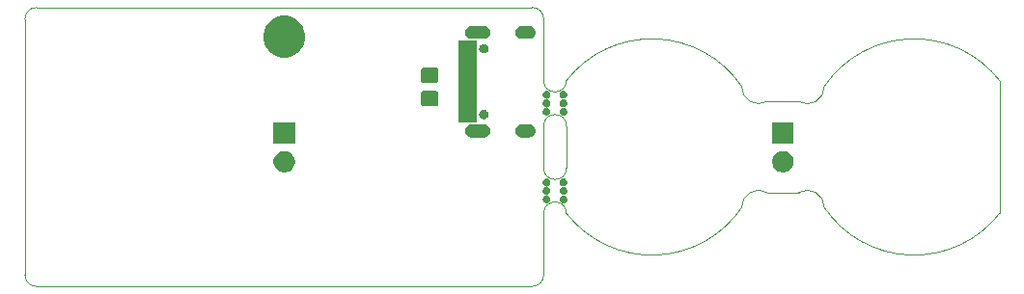
<source format=gbr>
G04 #@! TF.GenerationSoftware,KiCad,Pcbnew,(5.1.5)-3*
G04 #@! TF.CreationDate,2024-11-30T00:03:08+01:00*
G04 #@! TF.ProjectId,tan-usb-pwr,74616e2d-7573-4622-9d70-77722e6b6963,B*
G04 #@! TF.SameCoordinates,PX57bcf00PY53af570*
G04 #@! TF.FileFunction,Soldermask,Top*
G04 #@! TF.FilePolarity,Negative*
%FSLAX46Y46*%
G04 Gerber Fmt 4.6, Leading zero omitted, Abs format (unit mm)*
G04 Created by KiCad (PCBNEW (5.1.5)-3) date 2024-11-30 00:03:08*
%MOMM*%
%LPD*%
G04 APERTURE LIST*
%ADD10C,0.100000*%
%ADD11C,0.020000*%
G04 APERTURE END LIST*
D10*
X47500000Y10400000D02*
X47500000Y14100000D01*
X47500000Y10400000D02*
G75*
G02X45500000Y10400000I-1000000J0D01*
G01*
X45500000Y14100000D02*
G75*
G02X47500000Y14100000I1000000J0D01*
G01*
X85500000Y18081000D02*
X85500000Y6419050D01*
X85500002Y6419049D02*
G75*
G02X70126925Y6933544I-7500002J5830951D01*
G01*
X67871055Y8249999D02*
G75*
G02X70126953Y6933489I756045J-1295529D01*
G01*
X65128900Y8250000D02*
X67871100Y8250000D01*
X62873048Y6933500D02*
G75*
G02X65128947Y8249997I1499852J20970D01*
G01*
X62873061Y6933473D02*
G75*
G02X47500000Y6419001I-7873061J5316527D01*
G01*
X47500023Y18080980D02*
G75*
G02X62873037Y17566510I7499977J-5830980D01*
G01*
X65128949Y16249972D02*
G75*
G02X62873046Y17566469I-756049J1295528D01*
G01*
X65128900Y16250000D02*
X67871100Y16250000D01*
X70126953Y17566480D02*
G75*
G02X67871054Y16249971I-1499853J-20980D01*
G01*
X70126901Y17566472D02*
G75*
G02X85500000Y18081000I7873099J-5316472D01*
G01*
X45500000Y10400000D02*
X45500000Y14100000D01*
X45500000Y6419001D02*
X45500000Y1000000D01*
X45500000Y6419001D02*
G75*
G02X47500000Y6419001I1000000J0D01*
G01*
X47500000Y18080998D02*
G75*
G02X45500000Y18080998I-1000000J0D01*
G01*
X44500000Y24500000D02*
X1000000Y24500000D01*
X44500000Y24500000D02*
G75*
G02X45500000Y23500000I0J-1000000D01*
G01*
X45500000Y18080998D02*
X45500000Y23500000D01*
X45500000Y1000000D02*
G75*
G02X44500000Y0I-1000000J0D01*
G01*
X1000000Y0D02*
X44500000Y0D01*
X0Y23500000D02*
X0Y1000000D01*
X0Y23500000D02*
G75*
G02X1000000Y24500000I1000000J0D01*
G01*
X1000000Y0D02*
G75*
G02X0Y1000000I0J1000000D01*
G01*
D11*
G36*
X47348854Y9475876D02*
G01*
X47389971Y9458845D01*
X47410530Y9450329D01*
X47466038Y9413240D01*
X47513240Y9366038D01*
X47550329Y9310530D01*
X47550329Y9310529D01*
X47575876Y9248854D01*
X47588900Y9183379D01*
X47588900Y9116621D01*
X47575876Y9051146D01*
X47558845Y9010029D01*
X47550329Y8989470D01*
X47513240Y8933962D01*
X47466038Y8886760D01*
X47410530Y8849671D01*
X47389971Y8841155D01*
X47348854Y8824124D01*
X47321058Y8818595D01*
X47312720Y8816065D01*
X47305035Y8811958D01*
X47298300Y8806430D01*
X47292772Y8799694D01*
X47288664Y8792010D01*
X47286135Y8783671D01*
X47285281Y8775000D01*
X47286135Y8766328D01*
X47288665Y8757990D01*
X47292772Y8750305D01*
X47298300Y8743570D01*
X47305036Y8738042D01*
X47312720Y8733934D01*
X47321057Y8731405D01*
X47348854Y8725876D01*
X47389971Y8708845D01*
X47410530Y8700329D01*
X47466038Y8663240D01*
X47513240Y8616038D01*
X47550329Y8560530D01*
X47550329Y8560529D01*
X47575876Y8498854D01*
X47588900Y8433379D01*
X47588900Y8366621D01*
X47575876Y8301146D01*
X47558845Y8260029D01*
X47550329Y8239470D01*
X47513240Y8183962D01*
X47466038Y8136760D01*
X47410530Y8099671D01*
X47389971Y8091155D01*
X47348854Y8074124D01*
X47321058Y8068595D01*
X47312720Y8066065D01*
X47305035Y8061958D01*
X47298300Y8056430D01*
X47292772Y8049694D01*
X47288664Y8042010D01*
X47286135Y8033671D01*
X47285281Y8025000D01*
X47286135Y8016328D01*
X47288665Y8007990D01*
X47292772Y8000305D01*
X47298300Y7993570D01*
X47305036Y7988042D01*
X47312720Y7983934D01*
X47321057Y7981405D01*
X47348854Y7975876D01*
X47389971Y7958845D01*
X47410530Y7950329D01*
X47466038Y7913240D01*
X47513240Y7866038D01*
X47550329Y7810530D01*
X47550329Y7810529D01*
X47575876Y7748854D01*
X47588900Y7683379D01*
X47588900Y7616621D01*
X47575876Y7551146D01*
X47558845Y7510029D01*
X47550329Y7489470D01*
X47513240Y7433962D01*
X47466038Y7386760D01*
X47410530Y7349671D01*
X47389971Y7341155D01*
X47348854Y7324124D01*
X47283379Y7311100D01*
X47216621Y7311100D01*
X47151146Y7324124D01*
X47110029Y7341155D01*
X47089470Y7349671D01*
X47033962Y7386760D01*
X46986760Y7433962D01*
X46949671Y7489470D01*
X46941155Y7510029D01*
X46924124Y7551146D01*
X46911100Y7616621D01*
X46911100Y7683379D01*
X46924124Y7748854D01*
X46949671Y7810529D01*
X46949671Y7810530D01*
X46986760Y7866038D01*
X47033962Y7913240D01*
X47089470Y7950329D01*
X47110029Y7958845D01*
X47151146Y7975876D01*
X47178943Y7981405D01*
X47187280Y7983935D01*
X47194965Y7988042D01*
X47201700Y7993570D01*
X47207228Y8000306D01*
X47211336Y8007990D01*
X47213865Y8016329D01*
X47214719Y8025000D01*
X47213865Y8033672D01*
X47211335Y8042010D01*
X47207228Y8049695D01*
X47201700Y8056430D01*
X47194964Y8061958D01*
X47187280Y8066066D01*
X47178942Y8068595D01*
X47151146Y8074124D01*
X47110029Y8091155D01*
X47089470Y8099671D01*
X47033962Y8136760D01*
X46986760Y8183962D01*
X46949671Y8239470D01*
X46941155Y8260029D01*
X46924124Y8301146D01*
X46911100Y8366621D01*
X46911100Y8433379D01*
X46924124Y8498854D01*
X46949671Y8560529D01*
X46949671Y8560530D01*
X46986760Y8616038D01*
X47033962Y8663240D01*
X47089470Y8700329D01*
X47110029Y8708845D01*
X47151146Y8725876D01*
X47178943Y8731405D01*
X47187280Y8733935D01*
X47194965Y8738042D01*
X47201700Y8743570D01*
X47207228Y8750306D01*
X47211336Y8757990D01*
X47213865Y8766329D01*
X47214719Y8775000D01*
X47213865Y8783672D01*
X47211335Y8792010D01*
X47207228Y8799695D01*
X47201700Y8806430D01*
X47194964Y8811958D01*
X47187280Y8816066D01*
X47178942Y8818595D01*
X47151146Y8824124D01*
X47110029Y8841155D01*
X47089470Y8849671D01*
X47033962Y8886760D01*
X46986760Y8933962D01*
X46949671Y8989470D01*
X46941155Y9010029D01*
X46924124Y9051146D01*
X46911100Y9116621D01*
X46911100Y9183379D01*
X46924124Y9248854D01*
X46949671Y9310529D01*
X46949671Y9310530D01*
X46986760Y9366038D01*
X47033962Y9413240D01*
X47089470Y9450329D01*
X47110029Y9458845D01*
X47151146Y9475876D01*
X47216621Y9488900D01*
X47283379Y9488900D01*
X47348854Y9475876D01*
G37*
G36*
X45848854Y9475876D02*
G01*
X45889971Y9458845D01*
X45910530Y9450329D01*
X45966038Y9413240D01*
X46013240Y9366038D01*
X46050329Y9310530D01*
X46050329Y9310529D01*
X46075876Y9248854D01*
X46088900Y9183379D01*
X46088900Y9116621D01*
X46075876Y9051146D01*
X46058845Y9010029D01*
X46050329Y8989470D01*
X46013240Y8933962D01*
X45966038Y8886760D01*
X45910530Y8849671D01*
X45889971Y8841155D01*
X45848854Y8824124D01*
X45821058Y8818595D01*
X45812720Y8816065D01*
X45805035Y8811958D01*
X45798300Y8806430D01*
X45792772Y8799694D01*
X45788664Y8792010D01*
X45786135Y8783671D01*
X45785281Y8775000D01*
X45786135Y8766328D01*
X45788665Y8757990D01*
X45792772Y8750305D01*
X45798300Y8743570D01*
X45805036Y8738042D01*
X45812720Y8733934D01*
X45821057Y8731405D01*
X45848854Y8725876D01*
X45889971Y8708845D01*
X45910530Y8700329D01*
X45966038Y8663240D01*
X46013240Y8616038D01*
X46050329Y8560530D01*
X46050329Y8560529D01*
X46075876Y8498854D01*
X46088900Y8433379D01*
X46088900Y8366621D01*
X46075876Y8301146D01*
X46058845Y8260029D01*
X46050329Y8239470D01*
X46013240Y8183962D01*
X45966038Y8136760D01*
X45910530Y8099671D01*
X45889971Y8091155D01*
X45848854Y8074124D01*
X45821058Y8068595D01*
X45812720Y8066065D01*
X45805035Y8061958D01*
X45798300Y8056430D01*
X45792772Y8049694D01*
X45788664Y8042010D01*
X45786135Y8033671D01*
X45785281Y8025000D01*
X45786135Y8016328D01*
X45788665Y8007990D01*
X45792772Y8000305D01*
X45798300Y7993570D01*
X45805036Y7988042D01*
X45812720Y7983934D01*
X45821057Y7981405D01*
X45848854Y7975876D01*
X45889971Y7958845D01*
X45910530Y7950329D01*
X45966038Y7913240D01*
X46013240Y7866038D01*
X46050329Y7810530D01*
X46050329Y7810529D01*
X46075876Y7748854D01*
X46088900Y7683379D01*
X46088900Y7616621D01*
X46075876Y7551146D01*
X46058845Y7510029D01*
X46050329Y7489470D01*
X46013240Y7433962D01*
X45966038Y7386760D01*
X45910530Y7349671D01*
X45889971Y7341155D01*
X45848854Y7324124D01*
X45783379Y7311100D01*
X45716621Y7311100D01*
X45651146Y7324124D01*
X45610029Y7341155D01*
X45589470Y7349671D01*
X45533962Y7386760D01*
X45486760Y7433962D01*
X45449671Y7489470D01*
X45441155Y7510029D01*
X45424124Y7551146D01*
X45411100Y7616621D01*
X45411100Y7683379D01*
X45424124Y7748854D01*
X45449671Y7810529D01*
X45449671Y7810530D01*
X45486760Y7866038D01*
X45533962Y7913240D01*
X45589470Y7950329D01*
X45610029Y7958845D01*
X45651146Y7975876D01*
X45678943Y7981405D01*
X45687280Y7983935D01*
X45694965Y7988042D01*
X45701700Y7993570D01*
X45707228Y8000306D01*
X45711336Y8007990D01*
X45713865Y8016329D01*
X45714719Y8025000D01*
X45713865Y8033672D01*
X45711335Y8042010D01*
X45707228Y8049695D01*
X45701700Y8056430D01*
X45694964Y8061958D01*
X45687280Y8066066D01*
X45678942Y8068595D01*
X45651146Y8074124D01*
X45610029Y8091155D01*
X45589470Y8099671D01*
X45533962Y8136760D01*
X45486760Y8183962D01*
X45449671Y8239470D01*
X45441155Y8260029D01*
X45424124Y8301146D01*
X45411100Y8366621D01*
X45411100Y8433379D01*
X45424124Y8498854D01*
X45449671Y8560529D01*
X45449671Y8560530D01*
X45486760Y8616038D01*
X45533962Y8663240D01*
X45589470Y8700329D01*
X45610029Y8708845D01*
X45651146Y8725876D01*
X45678943Y8731405D01*
X45687280Y8733935D01*
X45694965Y8738042D01*
X45701700Y8743570D01*
X45707228Y8750306D01*
X45711336Y8757990D01*
X45713865Y8766329D01*
X45714719Y8775000D01*
X45713865Y8783672D01*
X45711335Y8792010D01*
X45707228Y8799695D01*
X45701700Y8806430D01*
X45694964Y8811958D01*
X45687280Y8816066D01*
X45678942Y8818595D01*
X45651146Y8824124D01*
X45610029Y8841155D01*
X45589470Y8849671D01*
X45533962Y8886760D01*
X45486760Y8933962D01*
X45449671Y8989470D01*
X45441155Y9010029D01*
X45424124Y9051146D01*
X45411100Y9116621D01*
X45411100Y9183379D01*
X45424124Y9248854D01*
X45449671Y9310529D01*
X45449671Y9310530D01*
X45486760Y9366038D01*
X45533962Y9413240D01*
X45589470Y9450329D01*
X45610029Y9458845D01*
X45651146Y9475876D01*
X45716621Y9488900D01*
X45783379Y9488900D01*
X45848854Y9475876D01*
G37*
G36*
X66773867Y11862819D02*
G01*
X66944736Y11792042D01*
X67098514Y11689291D01*
X67229291Y11558514D01*
X67332042Y11404736D01*
X67402819Y11233867D01*
X67438900Y11052474D01*
X67438900Y10867526D01*
X67402819Y10686133D01*
X67332042Y10515264D01*
X67229291Y10361486D01*
X67098514Y10230709D01*
X66944736Y10127958D01*
X66773867Y10057181D01*
X66592474Y10021100D01*
X66407526Y10021100D01*
X66226133Y10057181D01*
X66055264Y10127958D01*
X65901486Y10230709D01*
X65770709Y10361486D01*
X65667958Y10515264D01*
X65597181Y10686133D01*
X65561100Y10867526D01*
X65561100Y11052474D01*
X65597181Y11233867D01*
X65667958Y11404736D01*
X65770709Y11558514D01*
X65901486Y11689291D01*
X66055264Y11792042D01*
X66226133Y11862819D01*
X66407526Y11898900D01*
X66592474Y11898900D01*
X66773867Y11862819D01*
G37*
G36*
X23023867Y11862819D02*
G01*
X23194736Y11792042D01*
X23348514Y11689291D01*
X23479291Y11558514D01*
X23582042Y11404736D01*
X23652819Y11233867D01*
X23688900Y11052474D01*
X23688900Y10867526D01*
X23652819Y10686133D01*
X23582042Y10515264D01*
X23479291Y10361486D01*
X23348514Y10230709D01*
X23194736Y10127958D01*
X23023867Y10057181D01*
X22842474Y10021100D01*
X22657526Y10021100D01*
X22476133Y10057181D01*
X22305264Y10127958D01*
X22151486Y10230709D01*
X22020709Y10361486D01*
X21917958Y10515264D01*
X21847181Y10686133D01*
X21811100Y10867526D01*
X21811100Y11052474D01*
X21847181Y11233867D01*
X21917958Y11404736D01*
X22020709Y11558514D01*
X22151486Y11689291D01*
X22305264Y11792042D01*
X22476133Y11862819D01*
X22657526Y11898900D01*
X22842474Y11898900D01*
X23023867Y11862819D01*
G37*
G36*
X67438900Y12561100D02*
G01*
X65561100Y12561100D01*
X65561100Y14438900D01*
X67438900Y14438900D01*
X67438900Y12561100D01*
G37*
G36*
X23688900Y12561100D02*
G01*
X21811100Y12561100D01*
X21811100Y14438900D01*
X23688900Y14438900D01*
X23688900Y12561100D01*
G37*
G36*
X44315445Y14260379D02*
G01*
X44426453Y14226705D01*
X44426455Y14226704D01*
X44528755Y14172023D01*
X44528756Y14172022D01*
X44528758Y14172021D01*
X44618430Y14098430D01*
X44692021Y14008758D01*
X44746705Y13906453D01*
X44780379Y13795445D01*
X44791749Y13680000D01*
X44780379Y13564555D01*
X44746705Y13453547D01*
X44692021Y13351242D01*
X44618430Y13261570D01*
X44528758Y13187979D01*
X44528756Y13187978D01*
X44528755Y13187977D01*
X44426455Y13133296D01*
X44426453Y13133295D01*
X44315445Y13099621D01*
X44228927Y13091100D01*
X43571073Y13091100D01*
X43484555Y13099621D01*
X43373547Y13133295D01*
X43373545Y13133296D01*
X43271245Y13187977D01*
X43271244Y13187978D01*
X43271242Y13187979D01*
X43181570Y13261570D01*
X43107979Y13351242D01*
X43053295Y13453547D01*
X43019621Y13564555D01*
X43008251Y13680000D01*
X43019621Y13795445D01*
X43053295Y13906453D01*
X43107979Y14008758D01*
X43181570Y14098430D01*
X43271242Y14172021D01*
X43271244Y14172022D01*
X43271245Y14172023D01*
X43373545Y14226704D01*
X43373547Y14226705D01*
X43484555Y14260379D01*
X43571073Y14268900D01*
X44228927Y14268900D01*
X44315445Y14260379D01*
G37*
G36*
X40385445Y14260379D02*
G01*
X40496453Y14226705D01*
X40496455Y14226704D01*
X40598755Y14172023D01*
X40598756Y14172022D01*
X40598758Y14172021D01*
X40688430Y14098430D01*
X40762021Y14008758D01*
X40816705Y13906453D01*
X40850379Y13795445D01*
X40861749Y13680000D01*
X40850379Y13564555D01*
X40816705Y13453547D01*
X40762021Y13351242D01*
X40688430Y13261570D01*
X40598758Y13187979D01*
X40598756Y13187978D01*
X40598755Y13187977D01*
X40496455Y13133296D01*
X40496453Y13133295D01*
X40385445Y13099621D01*
X40298927Y13091100D01*
X39141073Y13091100D01*
X39054555Y13099621D01*
X38943547Y13133295D01*
X38943545Y13133296D01*
X38841245Y13187977D01*
X38841244Y13187978D01*
X38841242Y13187979D01*
X38751570Y13261570D01*
X38677979Y13351242D01*
X38623295Y13453547D01*
X38589621Y13564555D01*
X38578251Y13680000D01*
X38589621Y13795445D01*
X38623295Y13906453D01*
X38677979Y14008758D01*
X38751570Y14098430D01*
X38841242Y14172021D01*
X38841244Y14172022D01*
X38841245Y14172023D01*
X38943545Y14226704D01*
X38943547Y14226705D01*
X39054555Y14260379D01*
X39141073Y14268900D01*
X40298927Y14268900D01*
X40385445Y14260379D01*
G37*
G36*
X39618900Y14386100D02*
G01*
X37991100Y14386100D01*
X37991100Y21613900D01*
X39618900Y21613900D01*
X39618900Y14386100D01*
G37*
G36*
X40310620Y15519951D02*
G01*
X40370728Y15507995D01*
X40370731Y15507994D01*
X40370730Y15507994D01*
X40446055Y15476794D01*
X40446056Y15476793D01*
X40513848Y15431496D01*
X40571496Y15373848D01*
X40571497Y15373846D01*
X40616794Y15306055D01*
X40639537Y15251148D01*
X40647995Y15230728D01*
X40663900Y15150765D01*
X40663900Y15069235D01*
X40647995Y14989272D01*
X40647994Y14989270D01*
X40616794Y14913945D01*
X40616793Y14913944D01*
X40571496Y14846152D01*
X40513848Y14788504D01*
X40479721Y14765701D01*
X40446055Y14743206D01*
X40387794Y14719074D01*
X40370728Y14712005D01*
X40310620Y14700049D01*
X40290766Y14696100D01*
X40209234Y14696100D01*
X40189380Y14700049D01*
X40129272Y14712005D01*
X40112206Y14719074D01*
X40053945Y14743206D01*
X40020279Y14765701D01*
X39986152Y14788504D01*
X39928504Y14846152D01*
X39883207Y14913944D01*
X39883206Y14913945D01*
X39852006Y14989270D01*
X39852005Y14989272D01*
X39836100Y15069235D01*
X39836100Y15150765D01*
X39852005Y15230728D01*
X39860463Y15251148D01*
X39883206Y15306055D01*
X39928503Y15373846D01*
X39928504Y15373848D01*
X39986152Y15431496D01*
X40053944Y15476793D01*
X40053945Y15476794D01*
X40129270Y15507994D01*
X40129269Y15507994D01*
X40129272Y15507995D01*
X40189380Y15519951D01*
X40209234Y15523900D01*
X40290766Y15523900D01*
X40310620Y15519951D01*
G37*
G36*
X47348854Y17175876D02*
G01*
X47377766Y17163900D01*
X47410530Y17150329D01*
X47466038Y17113240D01*
X47513240Y17066038D01*
X47550329Y17010530D01*
X47550329Y17010529D01*
X47575876Y16948854D01*
X47588900Y16883379D01*
X47588900Y16816621D01*
X47575876Y16751146D01*
X47558845Y16710029D01*
X47550329Y16689470D01*
X47513240Y16633962D01*
X47466038Y16586760D01*
X47410530Y16549671D01*
X47389971Y16541155D01*
X47348854Y16524124D01*
X47321058Y16518595D01*
X47312720Y16516065D01*
X47305035Y16511958D01*
X47298300Y16506430D01*
X47292772Y16499694D01*
X47288664Y16492010D01*
X47286135Y16483671D01*
X47285281Y16475000D01*
X47286135Y16466328D01*
X47288665Y16457990D01*
X47292772Y16450305D01*
X47298300Y16443570D01*
X47305036Y16438042D01*
X47312720Y16433934D01*
X47321057Y16431405D01*
X47348854Y16425876D01*
X47389971Y16408845D01*
X47410530Y16400329D01*
X47466038Y16363240D01*
X47513240Y16316038D01*
X47550329Y16260530D01*
X47550329Y16260529D01*
X47575876Y16198854D01*
X47588900Y16133379D01*
X47588900Y16066621D01*
X47575876Y16001146D01*
X47560649Y15964385D01*
X47550329Y15939470D01*
X47513240Y15883962D01*
X47466038Y15836760D01*
X47410530Y15799671D01*
X47389971Y15791155D01*
X47348854Y15774124D01*
X47321058Y15768595D01*
X47312720Y15766065D01*
X47305035Y15761958D01*
X47298300Y15756430D01*
X47292772Y15749694D01*
X47288664Y15742010D01*
X47286135Y15733671D01*
X47285281Y15725000D01*
X47286135Y15716328D01*
X47288665Y15707990D01*
X47292772Y15700305D01*
X47298300Y15693570D01*
X47305036Y15688042D01*
X47312720Y15683934D01*
X47321057Y15681405D01*
X47348854Y15675876D01*
X47389971Y15658845D01*
X47410530Y15650329D01*
X47466038Y15613240D01*
X47513240Y15566038D01*
X47550329Y15510530D01*
X47550329Y15510529D01*
X47575876Y15448854D01*
X47588900Y15383379D01*
X47588900Y15316621D01*
X47575876Y15251146D01*
X47567419Y15230730D01*
X47550329Y15189470D01*
X47513240Y15133962D01*
X47466038Y15086760D01*
X47410530Y15049671D01*
X47389971Y15041155D01*
X47348854Y15024124D01*
X47283379Y15011100D01*
X47216621Y15011100D01*
X47151146Y15024124D01*
X47110029Y15041155D01*
X47089470Y15049671D01*
X47033962Y15086760D01*
X46986760Y15133962D01*
X46949671Y15189470D01*
X46932581Y15230730D01*
X46924124Y15251146D01*
X46911100Y15316621D01*
X46911100Y15383379D01*
X46924124Y15448854D01*
X46949671Y15510529D01*
X46949671Y15510530D01*
X46986760Y15566038D01*
X47033962Y15613240D01*
X47089470Y15650329D01*
X47110029Y15658845D01*
X47151146Y15675876D01*
X47178943Y15681405D01*
X47187280Y15683935D01*
X47194965Y15688042D01*
X47201700Y15693570D01*
X47207228Y15700306D01*
X47211336Y15707990D01*
X47213865Y15716329D01*
X47214719Y15725000D01*
X47213865Y15733672D01*
X47211335Y15742010D01*
X47207228Y15749695D01*
X47201700Y15756430D01*
X47194964Y15761958D01*
X47187280Y15766066D01*
X47178942Y15768595D01*
X47151146Y15774124D01*
X47110029Y15791155D01*
X47089470Y15799671D01*
X47033962Y15836760D01*
X46986760Y15883962D01*
X46949671Y15939470D01*
X46939351Y15964385D01*
X46924124Y16001146D01*
X46911100Y16066621D01*
X46911100Y16133379D01*
X46924124Y16198854D01*
X46949671Y16260529D01*
X46949671Y16260530D01*
X46986760Y16316038D01*
X47033962Y16363240D01*
X47089470Y16400329D01*
X47110029Y16408845D01*
X47151146Y16425876D01*
X47178943Y16431405D01*
X47187280Y16433935D01*
X47194965Y16438042D01*
X47201700Y16443570D01*
X47207228Y16450306D01*
X47211336Y16457990D01*
X47213865Y16466329D01*
X47214719Y16475000D01*
X47213865Y16483672D01*
X47211335Y16492010D01*
X47207228Y16499695D01*
X47201700Y16506430D01*
X47194964Y16511958D01*
X47187280Y16516066D01*
X47178942Y16518595D01*
X47151146Y16524124D01*
X47110029Y16541155D01*
X47089470Y16549671D01*
X47033962Y16586760D01*
X46986760Y16633962D01*
X46949671Y16689470D01*
X46941155Y16710029D01*
X46924124Y16751146D01*
X46911100Y16816621D01*
X46911100Y16883379D01*
X46924124Y16948854D01*
X46949671Y17010529D01*
X46949671Y17010530D01*
X46986760Y17066038D01*
X47033962Y17113240D01*
X47089470Y17150329D01*
X47122234Y17163900D01*
X47151146Y17175876D01*
X47216621Y17188900D01*
X47283379Y17188900D01*
X47348854Y17175876D01*
G37*
G36*
X45848854Y17175876D02*
G01*
X45877766Y17163900D01*
X45910530Y17150329D01*
X45966038Y17113240D01*
X46013240Y17066038D01*
X46050329Y17010530D01*
X46050329Y17010529D01*
X46075876Y16948854D01*
X46088900Y16883379D01*
X46088900Y16816621D01*
X46075876Y16751146D01*
X46058845Y16710029D01*
X46050329Y16689470D01*
X46013240Y16633962D01*
X45966038Y16586760D01*
X45910530Y16549671D01*
X45889971Y16541155D01*
X45848854Y16524124D01*
X45821058Y16518595D01*
X45812720Y16516065D01*
X45805035Y16511958D01*
X45798300Y16506430D01*
X45792772Y16499694D01*
X45788664Y16492010D01*
X45786135Y16483671D01*
X45785281Y16475000D01*
X45786135Y16466328D01*
X45788665Y16457990D01*
X45792772Y16450305D01*
X45798300Y16443570D01*
X45805036Y16438042D01*
X45812720Y16433934D01*
X45821057Y16431405D01*
X45848854Y16425876D01*
X45889971Y16408845D01*
X45910530Y16400329D01*
X45966038Y16363240D01*
X46013240Y16316038D01*
X46050329Y16260530D01*
X46050329Y16260529D01*
X46075876Y16198854D01*
X46088900Y16133379D01*
X46088900Y16066621D01*
X46075876Y16001146D01*
X46060649Y15964385D01*
X46050329Y15939470D01*
X46013240Y15883962D01*
X45966038Y15836760D01*
X45910530Y15799671D01*
X45889971Y15791155D01*
X45848854Y15774124D01*
X45821058Y15768595D01*
X45812720Y15766065D01*
X45805035Y15761958D01*
X45798300Y15756430D01*
X45792772Y15749694D01*
X45788664Y15742010D01*
X45786135Y15733671D01*
X45785281Y15725000D01*
X45786135Y15716328D01*
X45788665Y15707990D01*
X45792772Y15700305D01*
X45798300Y15693570D01*
X45805036Y15688042D01*
X45812720Y15683934D01*
X45821057Y15681405D01*
X45848854Y15675876D01*
X45889971Y15658845D01*
X45910530Y15650329D01*
X45966038Y15613240D01*
X46013240Y15566038D01*
X46050329Y15510530D01*
X46050329Y15510529D01*
X46075876Y15448854D01*
X46088900Y15383379D01*
X46088900Y15316621D01*
X46075876Y15251146D01*
X46067419Y15230730D01*
X46050329Y15189470D01*
X46013240Y15133962D01*
X45966038Y15086760D01*
X45910530Y15049671D01*
X45889971Y15041155D01*
X45848854Y15024124D01*
X45783379Y15011100D01*
X45716621Y15011100D01*
X45651146Y15024124D01*
X45610029Y15041155D01*
X45589470Y15049671D01*
X45533962Y15086760D01*
X45486760Y15133962D01*
X45449671Y15189470D01*
X45432581Y15230730D01*
X45424124Y15251146D01*
X45411100Y15316621D01*
X45411100Y15383379D01*
X45424124Y15448854D01*
X45449671Y15510529D01*
X45449671Y15510530D01*
X45486760Y15566038D01*
X45533962Y15613240D01*
X45589470Y15650329D01*
X45610029Y15658845D01*
X45651146Y15675876D01*
X45678943Y15681405D01*
X45687280Y15683935D01*
X45694965Y15688042D01*
X45701700Y15693570D01*
X45707228Y15700306D01*
X45711336Y15707990D01*
X45713865Y15716329D01*
X45714719Y15725000D01*
X45713865Y15733672D01*
X45711335Y15742010D01*
X45707228Y15749695D01*
X45701700Y15756430D01*
X45694964Y15761958D01*
X45687280Y15766066D01*
X45678942Y15768595D01*
X45651146Y15774124D01*
X45610029Y15791155D01*
X45589470Y15799671D01*
X45533962Y15836760D01*
X45486760Y15883962D01*
X45449671Y15939470D01*
X45439351Y15964385D01*
X45424124Y16001146D01*
X45411100Y16066621D01*
X45411100Y16133379D01*
X45424124Y16198854D01*
X45449671Y16260529D01*
X45449671Y16260530D01*
X45486760Y16316038D01*
X45533962Y16363240D01*
X45589470Y16400329D01*
X45610029Y16408845D01*
X45651146Y16425876D01*
X45678943Y16431405D01*
X45687280Y16433935D01*
X45694965Y16438042D01*
X45701700Y16443570D01*
X45707228Y16450306D01*
X45711336Y16457990D01*
X45713865Y16466329D01*
X45714719Y16475000D01*
X45713865Y16483672D01*
X45711335Y16492010D01*
X45707228Y16499695D01*
X45701700Y16506430D01*
X45694964Y16511958D01*
X45687280Y16516066D01*
X45678942Y16518595D01*
X45651146Y16524124D01*
X45610029Y16541155D01*
X45589470Y16549671D01*
X45533962Y16586760D01*
X45486760Y16633962D01*
X45449671Y16689470D01*
X45441155Y16710029D01*
X45424124Y16751146D01*
X45411100Y16816621D01*
X45411100Y16883379D01*
X45424124Y16948854D01*
X45449671Y17010529D01*
X45449671Y17010530D01*
X45486760Y17066038D01*
X45533962Y17113240D01*
X45589470Y17150329D01*
X45622234Y17163900D01*
X45651146Y17175876D01*
X45716621Y17188900D01*
X45783379Y17188900D01*
X45848854Y17175876D01*
G37*
G36*
X36076743Y17158625D02*
G01*
X36126135Y17143643D01*
X36171661Y17119309D01*
X36211563Y17086563D01*
X36244309Y17046661D01*
X36268643Y17001135D01*
X36283625Y16951743D01*
X36288900Y16898188D01*
X36288900Y16101812D01*
X36283625Y16048257D01*
X36268643Y15998865D01*
X36244309Y15953339D01*
X36211563Y15913437D01*
X36171661Y15880691D01*
X36126135Y15856357D01*
X36076743Y15841375D01*
X36023188Y15836100D01*
X34976812Y15836100D01*
X34923257Y15841375D01*
X34873865Y15856357D01*
X34828339Y15880691D01*
X34788437Y15913437D01*
X34755691Y15953339D01*
X34731357Y15998865D01*
X34716375Y16048257D01*
X34711100Y16101812D01*
X34711100Y16898188D01*
X34716375Y16951743D01*
X34731357Y17001135D01*
X34755691Y17046661D01*
X34788437Y17086563D01*
X34828339Y17119309D01*
X34873865Y17143643D01*
X34923257Y17158625D01*
X34976812Y17163900D01*
X36023188Y17163900D01*
X36076743Y17158625D01*
G37*
G36*
X36076743Y19208625D02*
G01*
X36126135Y19193643D01*
X36171661Y19169309D01*
X36211563Y19136563D01*
X36244309Y19096661D01*
X36268643Y19051135D01*
X36283625Y19001743D01*
X36288900Y18948188D01*
X36288900Y18151812D01*
X36283625Y18098257D01*
X36268643Y18048865D01*
X36244309Y18003339D01*
X36211563Y17963437D01*
X36171661Y17930691D01*
X36126135Y17906357D01*
X36076743Y17891375D01*
X36023188Y17886100D01*
X34976812Y17886100D01*
X34923257Y17891375D01*
X34873865Y17906357D01*
X34828339Y17930691D01*
X34788437Y17963437D01*
X34755691Y18003339D01*
X34731357Y18048865D01*
X34716375Y18098257D01*
X34711100Y18151812D01*
X34711100Y18948188D01*
X34716375Y19001743D01*
X34731357Y19051135D01*
X34755691Y19096661D01*
X34788437Y19136563D01*
X34828339Y19169309D01*
X34873865Y19193643D01*
X34923257Y19208625D01*
X34976812Y19213900D01*
X36023188Y19213900D01*
X36076743Y19208625D01*
G37*
G36*
X23286387Y23718232D02*
G01*
X23286388Y23718232D01*
X23286391Y23718231D01*
X23491624Y23633220D01*
X23621046Y23579612D01*
X23922231Y23378367D01*
X24178367Y23122231D01*
X24379612Y22821046D01*
X24433220Y22691624D01*
X24518231Y22486391D01*
X24518232Y22486388D01*
X24518232Y22486387D01*
X24588900Y22131116D01*
X24588900Y21768884D01*
X24558072Y21613900D01*
X24518231Y21413609D01*
X24466199Y21287994D01*
X24379612Y21078954D01*
X24178367Y20777769D01*
X23922231Y20521633D01*
X23621046Y20320388D01*
X23491624Y20266780D01*
X23286391Y20181769D01*
X23286388Y20181768D01*
X23286387Y20181768D01*
X22931116Y20111100D01*
X22568884Y20111100D01*
X22213613Y20181768D01*
X22213612Y20181768D01*
X22213609Y20181769D01*
X22008376Y20266780D01*
X21878954Y20320388D01*
X21577769Y20521633D01*
X21321633Y20777769D01*
X21120388Y21078954D01*
X21033801Y21287994D01*
X20981769Y21413609D01*
X20941929Y21613900D01*
X20911100Y21768884D01*
X20911100Y22131116D01*
X20981768Y22486387D01*
X20981768Y22486388D01*
X20981769Y22486391D01*
X21066780Y22691624D01*
X21120388Y22821046D01*
X21321633Y23122231D01*
X21577769Y23378367D01*
X21878954Y23579612D01*
X22008376Y23633220D01*
X22213609Y23718231D01*
X22213612Y23718232D01*
X22213613Y23718232D01*
X22568884Y23788900D01*
X22931116Y23788900D01*
X23286387Y23718232D01*
G37*
G36*
X40310620Y21299951D02*
G01*
X40370728Y21287995D01*
X40370731Y21287994D01*
X40370730Y21287994D01*
X40446055Y21256794D01*
X40446056Y21256793D01*
X40513848Y21211496D01*
X40571496Y21153848D01*
X40571497Y21153846D01*
X40616794Y21086055D01*
X40619735Y21078954D01*
X40647995Y21010728D01*
X40663900Y20930765D01*
X40663900Y20849235D01*
X40647995Y20769272D01*
X40647994Y20769270D01*
X40616794Y20693945D01*
X40616793Y20693944D01*
X40571496Y20626152D01*
X40513848Y20568504D01*
X40479721Y20545701D01*
X40446055Y20523206D01*
X40387794Y20499074D01*
X40370728Y20492005D01*
X40310620Y20480049D01*
X40290766Y20476100D01*
X40209234Y20476100D01*
X40189380Y20480049D01*
X40129272Y20492005D01*
X40112206Y20499074D01*
X40053945Y20523206D01*
X40020279Y20545701D01*
X39986152Y20568504D01*
X39928504Y20626152D01*
X39883207Y20693944D01*
X39883206Y20693945D01*
X39852006Y20769270D01*
X39852005Y20769272D01*
X39836100Y20849235D01*
X39836100Y20930765D01*
X39852005Y21010728D01*
X39880265Y21078954D01*
X39883206Y21086055D01*
X39928503Y21153846D01*
X39928504Y21153848D01*
X39986152Y21211496D01*
X40053944Y21256793D01*
X40053945Y21256794D01*
X40129270Y21287994D01*
X40129269Y21287994D01*
X40129272Y21287995D01*
X40189380Y21299951D01*
X40209234Y21303900D01*
X40290766Y21303900D01*
X40310620Y21299951D01*
G37*
G36*
X40385445Y22900379D02*
G01*
X40496453Y22866705D01*
X40496455Y22866704D01*
X40598755Y22812023D01*
X40598756Y22812022D01*
X40598758Y22812021D01*
X40688430Y22738430D01*
X40762021Y22648758D01*
X40816705Y22546453D01*
X40850379Y22435445D01*
X40861749Y22320000D01*
X40850379Y22204555D01*
X40816705Y22093547D01*
X40762021Y21991242D01*
X40688430Y21901570D01*
X40598758Y21827979D01*
X40598756Y21827978D01*
X40598755Y21827977D01*
X40496455Y21773296D01*
X40496453Y21773295D01*
X40385445Y21739621D01*
X40298927Y21731100D01*
X39141073Y21731100D01*
X39054555Y21739621D01*
X38943547Y21773295D01*
X38943545Y21773296D01*
X38841245Y21827977D01*
X38841244Y21827978D01*
X38841242Y21827979D01*
X38751570Y21901570D01*
X38677979Y21991242D01*
X38623295Y22093547D01*
X38589621Y22204555D01*
X38578251Y22320000D01*
X38589621Y22435445D01*
X38623295Y22546453D01*
X38677979Y22648758D01*
X38751570Y22738430D01*
X38841242Y22812021D01*
X38841244Y22812022D01*
X38841245Y22812023D01*
X38943545Y22866704D01*
X38943547Y22866705D01*
X39054555Y22900379D01*
X39141073Y22908900D01*
X40298927Y22908900D01*
X40385445Y22900379D01*
G37*
G36*
X44315445Y22900379D02*
G01*
X44426453Y22866705D01*
X44426455Y22866704D01*
X44528755Y22812023D01*
X44528756Y22812022D01*
X44528758Y22812021D01*
X44618430Y22738430D01*
X44692021Y22648758D01*
X44746705Y22546453D01*
X44780379Y22435445D01*
X44791749Y22320000D01*
X44780379Y22204555D01*
X44746705Y22093547D01*
X44692021Y21991242D01*
X44618430Y21901570D01*
X44528758Y21827979D01*
X44528756Y21827978D01*
X44528755Y21827977D01*
X44426455Y21773296D01*
X44426453Y21773295D01*
X44315445Y21739621D01*
X44228927Y21731100D01*
X43571073Y21731100D01*
X43484555Y21739621D01*
X43373547Y21773295D01*
X43373545Y21773296D01*
X43271245Y21827977D01*
X43271244Y21827978D01*
X43271242Y21827979D01*
X43181570Y21901570D01*
X43107979Y21991242D01*
X43053295Y22093547D01*
X43019621Y22204555D01*
X43008251Y22320000D01*
X43019621Y22435445D01*
X43053295Y22546453D01*
X43107979Y22648758D01*
X43181570Y22738430D01*
X43271242Y22812021D01*
X43271244Y22812022D01*
X43271245Y22812023D01*
X43373545Y22866704D01*
X43373547Y22866705D01*
X43484555Y22900379D01*
X43571073Y22908900D01*
X44228927Y22908900D01*
X44315445Y22900379D01*
G37*
M02*

</source>
